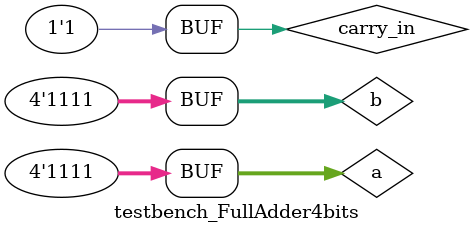
<source format=v>
module testbench_FullAdder4bits();
	reg [3:0]a;
	reg [3:0]b;
	reg carry_in;

	wire carry_out;
	wire [3:0]sum;

	//Instantiate DUT
	FullAdder4bits_Structural FULLADDER4BITS(
		.a(a),
		.b(b),
		.carry_in(carry_in),
		.carry_out(carry_out),
		.sum(sum)
	);

	//Monitor
	initial begin
		$monitor("a=%b , b=%b , carry_in=%b , carry_out=%b , sum=%b" , a , b ,carry_in , carry_out , sum);
	end

	//Stimulus
	initial begin
		#1;
		a=4'b0000; b=4'b0000; carry_in=0;
		#1;
		a=4'b0001; b=4'b0000; carry_in=0;
		#1;
		a=4'b0011; b=4'b0001; carry_in=1;
		#1;
		a=4'b1000; b=4'b0001; carry_in=0;
		#1;
		a=4'b1111; b=4'b1111; carry_in=1;
	end
endmodule
</source>
